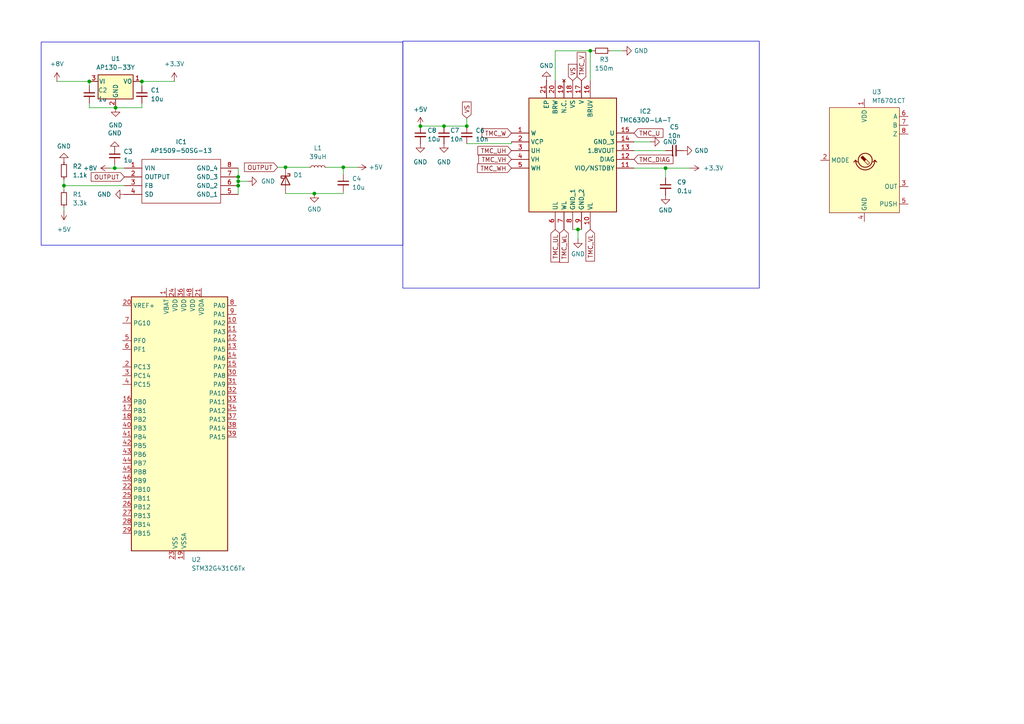
<source format=kicad_sch>
(kicad_sch (version 20231120) (generator "eeschema") (generator_version "8.0")
  (paper "A4")
  (lib_symbols
    (symbol "BUCK:AP1509-50SG-13" (pin_names (offset 0.762))
      (property "Reference" "IC" (at 29.21 7.62 0))
      (property "Value" "AP1509-50SG-13" (at 29.21 5.08 0))
      (symbol "AP1509-50SG-13_0_0"
        (pin passive line (at 0 0 0) (length 5.08) (name "VIN") (number "1"))
        (pin passive line (at 0 -2.54 0) (length 5.08) (name "OUTPUT") (number "2"))
        (pin passive line (at 0 -5.08 0) (length 5.08) (name "FB") (number "3"))
        (pin passive line (at 0 -7.62 0) (length 5.08) (name "SD") (number "4"))
        (pin passive line (at 33.02 -7.62 180) (length 5.08) (name "GND_1") (number "5"))
        (pin passive line (at 33.02 -5.08 180) (length 5.08) (name "GND_2") (number "6"))
        (pin passive line (at 33.02 -2.54 180) (length 5.08) (name "GND_3") (number "7"))
        (pin passive line (at 33.02 0 180) (length 5.08) (name "GND_4") (number "8"))
      )
      (symbol "AP1509-50SG-13_0_1"
        (polyline (pts (xy 5.08 2.54) (xy 27.94 2.54) (xy 27.94 -10.16) (xy 5.08 -10.16) (xy 5.08 2.54)) (stroke (width 0.1524)))
      )
    )
    (symbol "Device:C_Small" (pin_numbers hide) (pin_names (offset 0.254) hide)
      (property "Reference" "C" (at 0.254 1.778 0))
      (property "Value" "C_Small" (at 0.254 -2.032 0))
      (symbol "C_Small_0_1"
        (polyline (pts (xy -1.524 -0.508) (xy 1.524 -0.508)) (stroke (width 0.3302)))
        (polyline (pts (xy -1.524 0.508) (xy 1.524 0.508)) (stroke (width 0.3048)))
      )
      (symbol "C_Small_1_1"
        (pin passive line (at 0 2.54 270) (length 2.032) (name "~") (number "1"))
        (pin passive line (at 0 -2.54 90) (length 2.032) (name "~") (number "2"))
      )
    )
    (symbol "Device:D_Schottky" (pin_numbers hide) (pin_names (offset 1.016) hide)
      (property "Reference" "D" (at 0 2.54 0))
      (property "Value" "D_Schottky" (at 0 -2.54 0))
      (symbol "D_Schottky_0_1"
        (polyline (pts (xy 1.27 0) (xy -1.27 0)))
        (polyline (pts (xy 1.27 1.27) (xy 1.27 -1.27) (xy -1.27 0) (xy 1.27 1.27)) (stroke (width 0.254)))
        (polyline (pts (xy -1.905 0.635) (xy -1.905 1.27) (xy -1.27 1.27) (xy -1.27 -1.27) (xy -0.635 -1.27) (xy -0.635 -0.635)) (stroke (width 0.254)))
      )
      (symbol "D_Schottky_1_1"
        (pin passive line (at -3.81 0 0) (length 2.54) (name "K") (number "1"))
        (pin passive line (at 3.81 0 180) (length 2.54) (name "A") (number "2"))
      )
    )
    (symbol "Device:L_Small" (pin_numbers hide) (pin_names (offset 0.254) hide)
      (property "Reference" "L" (at 0.762 1.016 0))
      (property "Value" "L_Small" (at 0.762 -1.016 0))
      (symbol "L_Small_0_1"
        (arc (start 0 -2.032) (mid 0.5058 -1.524) (end 0 -1.016))
        (arc (start 0 -1.016) (mid 0.5058 -0.508) (end 0 0))
        (arc (start 0 0) (mid 0.5058 0.508) (end 0 1.016))
        (arc (start 0 1.016) (mid 0.5058 1.524) (end 0 2.032))
      )
      (symbol "L_Small_1_1"
        (pin passive line (at 0 2.54 270) (length 0.508) (name "~") (number "1"))
        (pin passive line (at 0 -2.54 90) (length 0.508) (name "~") (number "2"))
      )
    )
    (symbol "Device:R_Small" (pin_numbers hide) (pin_names (offset 0.254) hide)
      (property "Reference" "R" (at 0.762 0.508 0))
      (property "Value" "R_Small" (at 0.762 -1.016 0))
      (symbol "R_Small_0_1"
        (rectangle (start -0.762 1.778) (end 0.762 -1.778) (stroke (width 0.2032)))
      )
      (symbol "R_Small_1_1"
        (pin passive line (at 0 2.54 270) (length 0.762) (name "~") (number "1"))
        (pin passive line (at 0 -2.54 90) (length 0.762) (name "~") (number "2"))
      )
    )
    (symbol "Driver:TMC6300-LA-T"
      (property "Reference" "IC" (at 31.75 15.24 0))
      (property "Value" "TMC6300-LA-T" (at 31.75 12.7 0))
      (symbol "TMC6300-LA-T_1_1"
        (rectangle (start 5.08 10.16) (end 30.48 -22.86) (stroke (width 0.254)) (fill (type background)))
        (pin passive line (at 0 0 0) (length 5.08) (name "W") (number "1"))
        (pin passive line (at 22.86 -27.94 90) (length 5.08) (name "VL") (number "10"))
        (pin passive line (at 35.56 -10.16 180) (length 5.08) (name "VIO/NSTDBY") (number "11"))
        (pin passive line (at 35.56 -7.62 180) (length 5.08) (name "DIAG") (number "12"))
        (pin passive line (at 35.56 -5.08 180) (length 5.08) (name "1.8VOUT") (number "13"))
        (pin passive line (at 35.56 -2.54 180) (length 5.08) (name "GND_3") (number "14"))
        (pin passive line (at 35.56 0 180) (length 5.08) (name "U") (number "15"))
        (pin passive line (at 22.86 15.24 270) (length 5.08) (name "BRUV") (number "16"))
        (pin passive line (at 20.32 15.24 270) (length 5.08) (name "V") (number "17"))
        (pin passive line (at 17.78 15.24 270) (length 5.08) (name "VS") (number "18"))
        (pin no_connect line (at 15.24 15.24 270) (length 5.08) (name "N.C.") (number "19"))
        (pin passive line (at 0 -2.54 0) (length 5.08) (name "VCP") (number "2"))
        (pin passive line (at 12.7 15.24 270) (length 5.08) (name "BRW") (number "20"))
        (pin passive line (at 10.16 15.24 270) (length 5.08) (name "EP") (number "21"))
        (pin passive line (at 0 -5.08 0) (length 5.08) (name "UH") (number "3"))
        (pin passive line (at 0 -7.62 0) (length 5.08) (name "VH") (number "4"))
        (pin passive line (at 0 -10.16 0) (length 5.08) (name "WH") (number "5"))
        (pin passive line (at 12.7 -27.94 90) (length 5.08) (name "UL") (number "6"))
        (pin passive line (at 15.24 -27.94 90) (length 5.08) (name "WL") (number "7"))
        (pin passive line (at 17.78 -27.94 90) (length 5.08) (name "GND_1") (number "8"))
        (pin passive line (at 20.32 -27.94 90) (length 5.08) (name "GND_2") (number "9"))
      )
    )
    (symbol "MCU_ST_STM32G4:STM32G431C6Tx"
      (property "Reference" "U" (at -12.7 39.37 0))
      (property "Value" "STM32G431C6Tx" (at 10.16 39.37 0))
      (symbol "STM32G431C6Tx_0_1"
        (rectangle (start -12.7 -35.56) (end 15.24 38.1) (stroke (width 0.254)) (fill (type background)))
      )
      (symbol "STM32G431C6Tx_1_1"
        (pin power_in line (at -2.54 40.64 270) (length 2.54) (name "VBAT") (number "1"))
        (pin bidirectional line (at 17.78 30.48 180) (length 2.54) (name "PA2") (number "10"))
        (pin bidirectional line (at 17.78 27.94 180) (length 2.54) (name "PA3") (number "11"))
        (pin bidirectional line (at 17.78 25.4 180) (length 2.54) (name "PA4") (number "12"))
        (pin bidirectional line (at 17.78 22.86 180) (length 2.54) (name "PA5") (number "13"))
        (pin bidirectional line (at 17.78 20.32 180) (length 2.54) (name "PA6") (number "14"))
        (pin bidirectional line (at 17.78 17.78 180) (length 2.54) (name "PA7") (number "15"))
        (pin bidirectional line (at -15.24 7.62 0) (length 2.54) (name "PB0") (number "16"))
        (pin bidirectional line (at -15.24 5.08 0) (length 2.54) (name "PB1") (number "17"))
        (pin bidirectional line (at -15.24 2.54 0) (length 2.54) (name "PB2") (number "18"))
        (pin power_in line (at 2.54 -38.1 90) (length 2.54) (name "VSSA") (number "19"))
        (pin bidirectional line (at -15.24 17.78 0) (length 2.54) (name "PC13") (number "2"))
        (pin input line (at -15.24 35.56 0) (length 2.54) (name "VREF+") (number "20"))
        (pin power_in line (at 7.62 40.64 270) (length 2.54) (name "VDDA") (number "21"))
        (pin bidirectional line (at -15.24 -17.78 0) (length 2.54) (name "PB10") (number "22"))
        (pin power_in line (at 0 -38.1 90) (length 2.54) (name "VSS") (number "23"))
        (pin power_in line (at 0 40.64 270) (length 2.54) (name "VDD") (number "24"))
        (pin bidirectional line (at -15.24 -20.32 0) (length 2.54) (name "PB11") (number "25"))
        (pin bidirectional line (at -15.24 -22.86 0) (length 2.54) (name "PB12") (number "26"))
        (pin bidirectional line (at -15.24 -25.4 0) (length 2.54) (name "PB13") (number "27"))
        (pin bidirectional line (at -15.24 -27.94 0) (length 2.54) (name "PB14") (number "28"))
        (pin bidirectional line (at -15.24 -30.48 0) (length 2.54) (name "PB15") (number "29"))
        (pin bidirectional line (at -15.24 15.24 0) (length 2.54) (name "PC14") (number "3"))
        (pin bidirectional line (at 17.78 15.24 180) (length 2.54) (name "PA8") (number "30"))
        (pin bidirectional line (at 17.78 12.7 180) (length 2.54) (name "PA9") (number "31"))
        (pin bidirectional line (at 17.78 10.16 180) (length 2.54) (name "PA10") (number "32"))
        (pin bidirectional line (at 17.78 7.62 180) (length 2.54) (name "PA11") (number "33"))
        (pin bidirectional line (at 17.78 5.08 180) (length 2.54) (name "PA12") (number "34"))
        (pin passive line (at 0 -38.1 90) (length 2.54) hide (name "VSS") (number "35"))
        (pin power_in line (at 2.54 40.64 270) (length 2.54) (name "VDD") (number "36"))
        (pin bidirectional line (at 17.78 2.54 180) (length 2.54) (name "PA13") (number "37"))
        (pin bidirectional line (at 17.78 0 180) (length 2.54) (name "PA14") (number "38"))
        (pin bidirectional line (at 17.78 -2.54 180) (length 2.54) (name "PA15") (number "39"))
        (pin bidirectional line (at -15.24 12.7 0) (length 2.54) (name "PC15") (number "4"))
        (pin bidirectional line (at -15.24 0 0) (length 2.54) (name "PB3") (number "40"))
        (pin bidirectional line (at -15.24 -2.54 0) (length 2.54) (name "PB4") (number "41"))
        (pin bidirectional line (at -15.24 -5.08 0) (length 2.54) (name "PB5") (number "42"))
        (pin bidirectional line (at -15.24 -7.62 0) (length 2.54) (name "PB6") (number "43"))
        (pin bidirectional line (at -15.24 -10.16 0) (length 2.54) (name "PB7") (number "44"))
        (pin bidirectional line (at -15.24 -12.7 0) (length 2.54) (name "PB8") (number "45"))
        (pin bidirectional line (at -15.24 -15.24 0) (length 2.54) (name "PB9") (number "46"))
        (pin passive line (at 0 -38.1 90) (length 2.54) hide (name "VSS") (number "47"))
        (pin power_in line (at 5.08 40.64 270) (length 2.54) (name "VDD") (number "48"))
        (pin bidirectional line (at -15.24 25.4 0) (length 2.54) (name "PF0") (number "5"))
        (pin bidirectional line (at -15.24 22.86 0) (length 2.54) (name "PF1") (number "6"))
        (pin bidirectional line (at -15.24 30.48 0) (length 2.54) (name "PG10") (number "7"))
        (pin bidirectional line (at 17.78 35.56 180) (length 2.54) (name "PA0") (number "8"))
        (pin bidirectional line (at 17.78 33.02 180) (length 2.54) (name "PA1") (number "9"))
      )
    )
    (symbol "Regulator_Linear:AP130-33Y" (pin_names (offset 0.254))
      (property "Reference" "U" (at -3.81 3.175 0))
      (property "Value" "AP130-33Y" (at 0 3.175 0))
      (symbol "AP130-33Y_0_1"
        (rectangle (start -5.08 1.905) (end 5.08 -5.08) (stroke (width 0.254)) (fill (type background)))
      )
      (symbol "AP130-33Y_1_1"
        (pin power_out line (at 7.62 0 180) (length 2.54) (name "VO") (number "1"))
        (pin power_in line (at 0 -7.62 90) (length 2.54) (name "GND") (number "2"))
        (pin power_in line (at -7.62 0 0) (length 2.54) (name "VI") (number "3"))
      )
    )
    (symbol "Sensor_Magnetic:MT6701CT"
      (property "Reference" "U" (at -9.6632 16.4397 0))
      (property "Value" "MT6701CT" (at 5.5155 16.4397 0))
      (symbol "MT6701CT_0_1"
        (arc (start -2.54 0) (mid 0.254 -2.7819) (end 3.048 0) (stroke (width 0.254)))
        (polyline (pts (xy -2.54 0) (xy -3.048 -0.508)) (stroke (width 0.254)))
        (polyline (pts (xy -2.54 0) (xy -2.032 -0.508)) (stroke (width 0.254)))
        (polyline (pts (xy 3.048 0) (xy 2.54 -0.508)) (stroke (width 0.254)))
        (polyline (pts (xy 3.048 0) (xy 3.556 -0.508)) (stroke (width 0.254)))
      )
      (symbol "MT6701CT_1_1"
        (rectangle (start -10.16 15.24) (end 10.16 -15.24) (fill (type background)))
        (polyline (pts (xy 0.508 0.254) (xy 1.524 -0.762) (xy 1.016 -1.27) (xy 0 -0.254)))
        (polyline (pts (xy -0.508 1.27) (xy 0.508 0.254) (xy 0 -0.254) (xy -1.016 0.762) (xy -0.762 1.016) (xy -0.508 1.27) (xy -0.381 1.143)) (fill (type outline)))
        (circle (center 0.254 0) (radius 2.032) (stroke (width 0.254)))
        (pin power_in line (at 0 17.78 270) (length 2.54) (name "VDD") (number "1"))
        (pin input line (at -12.7 0 0) (length 2.54) (name "MODE") (number "2"))
        (pin output line (at 12.7 -7.62 180) (length 2.54) (name "OUT") (number "3"))
        (pin power_in line (at 0 -17.78 90) (length 2.54) (name "GND") (number "4"))
        (pin output line (at 12.7 -12.7 180) (length 2.54) (name "PUSH") (number "5"))
        (pin output line (at 12.7 12.7 180) (length 2.54) (name "A") (number "6"))
        (pin output line (at 12.7 10.16 180) (length 2.54) (name "B") (number "7"))
        (pin output line (at 12.7 7.62 180) (length 2.54) (name "Z") (number "8"))
      )
    )
    (symbol "power:+3.3V" (power) (pin_numbers hide) (pin_names (offset 0) hide)
      (property "Value" "+3.3V" (at 0 3.556 0))
      (symbol "+3.3V_0_1"
        (polyline (pts (xy -0.762 1.27) (xy 0 2.54)))
        (polyline (pts (xy 0 0) (xy 0 2.54)))
        (polyline (pts (xy 0 2.54) (xy 0.762 1.27)))
      )
      (symbol "+3.3V_1_1"
        (pin power_in line (at 0 0 90) (length 0) (name "~") (number "1"))
      )
    )
    (symbol "power:+5V" (power) (pin_numbers hide) (pin_names (offset 0) hide)
      (property "Value" "+5V" (at 0 3.556 0))
      (symbol "+5V_0_1"
        (polyline (pts (xy -0.762 1.27) (xy 0 2.54)))
        (polyline (pts (xy 0 0) (xy 0 2.54)))
        (polyline (pts (xy 0 2.54) (xy 0.762 1.27)))
      )
      (symbol "+5V_1_1"
        (pin power_in line (at 0 0 90) (length 0) (name "~") (number "1"))
      )
    )
    (symbol "power:+8V" (power) (pin_numbers hide) (pin_names (offset 0) hide)
      (property "Value" "+8V" (at 0 3.556 0))
      (symbol "+8V_0_1"
        (polyline (pts (xy -0.762 1.27) (xy 0 2.54)))
        (polyline (pts (xy 0 0) (xy 0 2.54)))
        (polyline (pts (xy 0 2.54) (xy 0.762 1.27)))
      )
      (symbol "+8V_1_1"
        (pin power_in line (at 0 0 90) (length 0) (name "~") (number "1"))
      )
    )
    (symbol "power:GND" (power) (pin_numbers hide) (pin_names (offset 0) hide)
      (property "Value" "GND" (at 0 -3.81 0))
      (symbol "GND_0_1"
        (polyline (pts (xy 0 0) (xy 0 -1.27) (xy 1.27 -1.27) (xy 0 -2.54) (xy -1.27 -1.27) (xy 0 -1.27)))
      )
      (symbol "GND_1_1"
        (pin power_in line (at 0 0 270) (length 0) (name "~") (number "1"))
      )
    )
  )
  (junction (at 69.088 52.578))
  (junction (at 33.528 31.242))
  (junction (at 25.908 23.622))
  (junction (at 193.04 48.768))
  (junction (at 69.088 53.848))
  (junction (at 99.568 48.514))
  (junction (at 18.542 53.848))
  (junction (at 171.196 14.732))
  (junction (at 135.382 36.576))
  (junction (at 33.274 48.768))
  (junction (at 121.92 36.576))
  (junction (at 41.148 23.622))
  (junction (at 69.088 51.308))
  (junction (at 91.186 56.134))
  (junction (at 167.64 66.548))
  (junction (at 82.804 48.514))
  (junction (at 128.778 36.576))
  (wire (pts (xy 99.568 56.134) (xy 99.568 55.626)))
  (wire (pts (xy 33.274 42.672) (xy 33.274 43.688)))
  (wire (pts (xy 33.274 47.752) (xy 33.274 48.768)))
  (wire (pts (xy 69.088 48.768) (xy 69.088 51.308)))
  (wire (pts (xy 69.088 53.848) (xy 69.088 56.388)))
  (wire (pts (xy 171.196 14.732) (xy 171.196 23.368)))
  (wire (pts (xy 41.148 29.972) (xy 41.148 31.242)))
  (wire (pts (xy 193.04 48.768) (xy 193.04 51.562)))
  (wire (pts (xy 33.528 31.242) (xy 41.148 31.242)))
  (wire (pts (xy 161.036 23.368) (xy 161.036 14.732)))
  (wire (pts (xy 183.896 43.688) (xy 193.04 43.688)))
  (wire (pts (xy 80.518 48.514) (xy 82.804 48.514)))
  (wire (pts (xy 69.088 51.308) (xy 69.088 52.578)))
  (wire (pts (xy 91.186 56.134) (xy 99.568 56.134)))
  (wire (pts (xy 25.908 29.972) (xy 25.908 31.242)))
  (wire (pts (xy 41.148 23.622) (xy 41.148 24.892)))
  (wire (pts (xy 94.742 48.514) (xy 99.568 48.514)))
  (wire (pts (xy 41.148 23.622) (xy 50.546 23.622)))
  (wire (pts (xy 69.088 52.578) (xy 69.088 53.848)))
  (wire (pts (xy 103.632 48.514) (xy 99.568 48.514)))
  (wire (pts (xy 99.568 48.514) (xy 99.568 50.546)))
  (wire (pts (xy 171.958 14.732) (xy 171.196 14.732)))
  (wire (pts (xy 16.51 23.622) (xy 25.908 23.622)))
  (wire (pts (xy 18.542 61.214) (xy 18.542 60.198)))
  (wire (pts (xy 82.804 56.134) (xy 91.186 56.134)))
  (wire (pts (xy 25.908 31.242) (xy 33.528 31.242)))
  (wire (pts (xy 82.804 48.514) (xy 89.662 48.514)))
  (wire (pts (xy 166.116 66.548) (xy 167.64 66.548)))
  (wire (pts (xy 69.088 52.578) (xy 71.882 52.578)))
  (wire (pts (xy 18.542 53.848) (xy 18.542 55.118)))
  (wire (pts (xy 18.542 52.07) (xy 18.542 53.848)))
  (wire (pts (xy 135.382 41.656) (xy 148.336 41.656)))
  (wire (pts (xy 121.92 36.576) (xy 128.778 36.576)))
  (wire (pts (xy 31.75 48.768) (xy 33.274 48.768)))
  (wire (pts (xy 148.336 41.656) (xy 148.336 41.148)))
  (wire (pts (xy 36.068 53.848) (xy 18.542 53.848)))
  (wire (pts (xy 25.908 23.622) (xy 25.908 24.892)))
  (wire (pts (xy 177.038 14.732) (xy 180.594 14.732)))
  (wire (pts (xy 128.778 36.576) (xy 135.382 36.576)))
  (wire (pts (xy 161.036 14.732) (xy 171.196 14.732)))
  (wire (pts (xy 188.722 41.148) (xy 183.896 41.148)))
  (wire (pts (xy 183.896 48.768) (xy 193.04 48.768)))
  (wire (pts (xy 167.64 66.548) (xy 167.64 69.342)))
  (wire (pts (xy 167.64 66.548) (xy 168.656 66.548)))
  (wire (pts (xy 200.152 48.768) (xy 193.04 48.768)))
  (wire (pts (xy 135.382 34.29) (xy 135.382 36.576)))
  (wire (pts (xy 33.274 48.768) (xy 36.068 48.768)))
  (rectangle (start 116.84 11.938) (end 220.218 83.566))
  (rectangle (start 11.938 12.192) (end 116.84 71.12))
  (global_label "TMC_DIAG" (shape input) (at 183.896 46.228 0) (property "Intersheetrefs" "${INTERSHEET_REFS}" (effects (hide yes))))
  (global_label "TMC_V" (shape input) (at 168.656 23.368 90) (property "Intersheetrefs" "${INTERSHEET_REFS}" (effects (hide yes))))
  (global_label "TMC_WL" (shape input) (at 163.576 66.548 270) (property "Intersheetrefs" "${INTERSHEET_REFS}" (effects (hide yes))))
  (global_label "TMC_U" (shape input) (at 183.896 38.608 0) (property "Intersheetrefs" "${INTERSHEET_REFS}" (effects (hide yes))))
  (global_label "OUTPUT" (shape input) (at 36.068 51.308 180) (property "Intersheetrefs" "${INTERSHEET_REFS}" (effects (hide yes))))
  (global_label "TMC_UH" (shape input) (at 148.336 43.688 180) (property "Intersheetrefs" "${INTERSHEET_REFS}" (effects (hide yes))))
  (global_label "TMC_W" (shape input) (at 148.336 38.608 180) (property "Intersheetrefs" "${INTERSHEET_REFS}" (effects (hide yes))))
  (global_label "VS" (shape input) (at 135.382 34.29 90) (property "Intersheetrefs" "${INTERSHEET_REFS}" (effects (hide yes))))
  (global_label "TMC_WH" (shape input) (at 148.336 48.768 180) (property "Intersheetrefs" "${INTERSHEET_REFS}" (effects (hide yes))))
  (global_label "VS" (shape input) (at 166.116 23.368 90) (property "Intersheetrefs" "${INTERSHEET_REFS}" (effects (hide yes))))
  (global_label "TMC_VH" (shape input) (at 148.336 46.228 180) (property "Intersheetrefs" "${INTERSHEET_REFS}" (effects (hide yes))))
  (global_label "OUTPUT" (shape input) (at 80.518 48.514 180) (property "Intersheetrefs" "${INTERSHEET_REFS}" (effects (hide yes))))
  (global_label "TMC_UL" (shape input) (at 161.036 66.548 270) (property "Intersheetrefs" "${INTERSHEET_REFS}" (effects (hide yes))))
  (global_label "TMC_VL" (shape input) (at 171.196 66.548 270) (property "Intersheetrefs" "${INTERSHEET_REFS}" (effects (hide yes))))
  (symbol (lib_id "Device:C_Small") (at 41.148 27.432 0) (unit 1)
    (property "Reference" "C1" (at 43.688 26.1682 0) (effects (justify left)))
    (property "Value" "10u" (at 43.688 28.7082 0) (effects (justify left)))
    (property "Description" "Unpolarized capacitor, small symbol" (effects (hide yes)))
  )
  (symbol (lib_id "Device:R_Small") (at 18.542 49.53 0) (unit 1)
    (property "Reference" "R2" (at 21.082 48.2599 0) (effects (justify left)))
    (property "Value" "1.1k" (at 21.082 50.7999 0) (effects (justify left)))
    (property "Description" "Resistor, small symbol" (effects (hide yes)))
  )
  (symbol (lib_id "power:GND") (at 193.04 56.642 0) (unit 1)
    (property "Reference" "#PWR020" (effects (hide yes)))
    (property "Value" "GND" (at 193.04 60.96 0))
    (property "Description" "Power symbol creates a global label with name \"GND\" , ground" (effects (hide yes)))
  )
  (symbol (lib_id "power:GND") (at 33.528 31.242 0) (unit 1)
    (property "Reference" "#PWR01" (effects (hide yes)))
    (property "Value" "GND" (at 33.528 36.322 0))
    (property "Description" "Power symbol creates a global label with name \"GND\" , ground" (effects (hide yes)))
  )
  (symbol (lib_id "MCU_ST_STM32G4:STM32G431C6Tx") (at 50.8 124.206 0) (unit 1)
    (property "Reference" "U2" (at 55.5341 162.306 0) (effects (justify left)))
    (property "Value" "STM32G431C6Tx" (at 55.5341 164.846 0) (effects (justify left)))
    (property "Footprint" "Package_QFP:LQFP-48_7x7mm_P0.5mm" (effects (hide yes)))
    (property "Datasheet" "https://www.st.com/resource/en/datasheet/stm32g431c6.pdf" (effects (hide yes)))
    (property "Description" "STMicroelectronics Arm Cortex-M4 MCU, 32KB flash, 32KB RAM, 170 MHz, 1.71-3.6V, 38 GPIO, LQFP48" (effects (hide yes)))
  )
  (symbol (lib_id "Device:C_Small") (at 135.382 39.116 0) (unit 1)
    (property "Reference" "C6" (at 137.922 37.8522 0) (effects (justify left)))
    (property "Value" "10n" (at 137.922 40.3922 0) (effects (justify left)))
    (property "Description" "Unpolarized capacitor, small symbol" (effects (hide yes)))
  )
  (symbol (lib_id "power:GND") (at 180.594 14.732 90) (unit 1)
    (property "Reference" "#PWR013" (effects (hide yes)))
    (property "Value" "GND" (at 183.896 14.7319 90) (effects (justify right)))
    (property "Description" "Power symbol creates a global label with name \"GND\" , ground" (effects (hide yes)))
  )
  (symbol (lib_id "power:GND") (at 91.186 56.134 0) (unit 1)
    (property "Reference" "#PWR09" (effects (hide yes)))
    (property "Value" "GND" (at 91.186 60.706 0))
    (property "Description" "Power symbol creates a global label with name \"GND\" , ground" (effects (hide yes)))
  )
  (symbol (lib_id "Device:D_Schottky") (at 82.804 52.324 270) (unit 1)
    (property "Reference" "D1" (at 85.09 50.7364 90) (effects (justify left)))
    (property "Value" "D_Schottky" (effects (hide yes)))
    (property "Description" "Schottky diode" (effects (hide yes)))
  )
  (symbol (lib_id "Device:C_Small") (at 25.908 27.432 0) (unit 1)
    (property "Reference" "C2" (at 28.448 26.1682 0) (effects (justify left)))
    (property "Value" "1u" (at 28.448 28.7082 0) (effects (justify left)))
    (property "Description" "Unpolarized capacitor, small symbol" (effects (hide yes)))
  )
  (symbol (lib_id "Device:C_Small") (at 193.04 54.102 0) (unit 1)
    (property "Reference" "C9" (at 196.342 52.8382 0) (effects (justify left)))
    (property "Value" "0.1u" (at 196.342 55.3782 0) (effects (justify left)))
    (property "Description" "Unpolarized capacitor, small symbol" (effects (hide yes)))
  )
  (symbol (lib_id "power:+5V") (at 121.92 36.576 0) (unit 1)
    (property "Reference" "#PWR016" (effects (hide yes)))
    (property "Value" "+5V" (at 121.92 31.75 0))
    (property "Description" "Power symbol creates a global label with name \"+5V\"" (effects (hide yes)))
  )
  (symbol (lib_id "power:+5V") (at 18.542 61.214 180) (unit 1)
    (property "Reference" "#PWR08" (effects (hide yes)))
    (property "Value" "+5V" (at 18.542 66.548 0))
    (property "Description" "Power symbol creates a global label with name \"+5V\"" (effects (hide yes)))
  )
  (symbol (lib_id "Device:C_Small") (at 121.92 39.116 0) (unit 1)
    (property "Reference" "C8" (at 123.952 37.846 0) (effects (justify left)))
    (property "Value" "10u" (at 123.952 40.386 0) (effects (justify left)))
    (property "Description" "Unpolarized capacitor, small symbol" (effects (hide yes)))
  )
  (symbol (lib_id "power:+8V") (at 31.75 48.768 90) (unit 1)
    (property "Reference" "#PWR06" (effects (hide yes)))
    (property "Value" "+8V" (at 28.194 48.7679 90) (effects (justify left)))
    (property "Description" "Power symbol creates a global label with name \"+8V\"" (effects (hide yes)))
  )
  (symbol (lib_id "Device:R_Small") (at 174.498 14.732 90) (unit 1)
    (property "Reference" "R3" (at 175.26 17.272 90))
    (property "Value" "150m" (at 175.26 19.812 90))
    (property "Description" "Resistor, small symbol" (effects (hide yes)))
  )
  (symbol (lib_id "power:GND") (at 188.722 41.148 90) (unit 1)
    (property "Reference" "#PWR018" (effects (hide yes)))
    (property "Value" "GND" (at 192.278 41.1479 90) (effects (justify right)))
    (property "Description" "Power symbol creates a global label with name \"GND\" , ground" (effects (hide yes)))
  )
  (symbol (lib_id "Device:C_Small") (at 99.568 53.086 0) (unit 1)
    (property "Reference" "C4" (at 102.108 51.8222 0) (effects (justify left)))
    (property "Value" "10u" (at 102.108 54.3622 0) (effects (justify left)))
    (property "Description" "Unpolarized capacitor, small symbol" (effects (hide yes)))
  )
  (symbol (lib_id "Regulator_Linear:AP130-33Y") (at 33.528 23.622 0) (unit 1)
    (property "Reference" "U1" (at 33.528 17.018 0))
    (property "Value" "AP130-33Y" (at 33.528 19.558 0))
    (property "Footprint" "Package_TO_SOT_SMD:SOT-89-3" (effects (hide yes)))
    (property "Datasheet" "https://www.diodes.com/assets/Datasheets/AP130.pdf" (effects (hide yes)))
    (property "Description" "0.3A Low Dropout regulator, positive, 3.3V fixed output, SOT-89" (effects (hide yes)))
  )
  (symbol (lib_id "Device:C_Small") (at 33.274 45.212 0) (unit 1)
    (property "Reference" "C3" (at 35.814 43.9482 0) (effects (justify left)))
    (property "Value" "1u" (at 35.814 46.4882 0) (effects (justify left)))
    (property "Description" "Unpolarized capacitor, small symbol" (effects (hide yes)))
  )
  (symbol (lib_id "power:+8V") (at 16.51 23.622 0) (unit 1)
    (property "Reference" "#PWR02" (effects (hide yes)))
    (property "Value" "+8V" (at 16.51 18.542 0))
    (property "Description" "Power symbol creates a global label with name \"+8V\"" (effects (hide yes)))
  )
  (symbol (lib_id "power:GND") (at 198.12 43.688 90) (unit 1)
    (property "Reference" "#PWR012" (effects (hide yes)))
    (property "Value" "GND" (at 201.422 43.6879 90) (effects (justify right)))
    (property "Description" "Power symbol creates a global label with name \"GND\" , ground" (effects (hide yes)))
  )
  (symbol (lib_id "power:+5V") (at 103.632 48.514 270) (unit 1)
    (property "Reference" "#PWR010" (effects (hide yes)))
    (property "Value" "+5V" (at 106.934 48.5139 90) (effects (justify left)))
    (property "Description" "Power symbol creates a global label with name \"+5V\"" (effects (hide yes)))
  )
  (symbol (lib_id "Driver:TMC6300-LA-T") (at 148.336 38.608 0) (unit 1)
    (property "Reference" "IC2" (at 187.198 32.2894 0))
    (property "Value" "TMC6300-LA-T" (at 187.198 34.8294 0))
    (property "Footprint" "QFN40P300X300X90-21N" (effects (hide yes)))
    (property "Datasheet" "https://www.analog.com/TMC6300/datasheet" (effects (hide yes)))
    (property "Description" "Highly Efficient Low Voltage, Zero Standby Current Driver for 3-Phase BLDC/PMSM Motors up to 2A peak, Triple Half-Bridge with separate HS and LS control signals" (effects (hide yes)))
    (property "Height" "0.9" (effects (hide yes)))
    (property "Mouser Part Number" "700-TMC6300-LA-T" (effects (hide yes)))
    (property "Mouser Price/Stock" "https://www.mouser.co.uk/ProductDetail/ADI-Trinamic/TMC6300-LA-T?qs=TiOZkKH1s2SPDan6zA6fKg%3D%3D" (effects (hide yes)))
    (property "Manufacturer_Name" "Analog Devices" (effects (hide yes)))
    (property "Manufacturer_Part_Number" "TMC6300-LA-T" (effects (hide yes)))
  )
  (symbol (lib_id "power:GND") (at 158.496 23.368 180) (unit 1)
    (property "Reference" "#PWR021" (effects (hide yes)))
    (property "Value" "GND" (at 158.496 19.05 0))
    (property "Description" "Power symbol creates a global label with name \"GND\" , ground" (effects (hide yes)))
  )
  (symbol (lib_id "BUCK:AP1509-50SG-13") (at 36.068 48.768 0) (unit 1)
    (property "Reference" "IC1" (at 52.578 41.148 0))
    (property "Value" "AP1509-50SG-13" (at 52.578 43.688 0))
    (property "Footprint" "SOIC127P600X170-8N" (effects (hide yes)))
    (property "Datasheet" "https://www.diodes.com//assets/Datasheets/AP1509.pdf" (effects (hide yes)))
    (property "Description" "DiodesZetex, AP1509-50SG-13 DC-DC Converter 2A 8-Pin, SOP" (effects (hide yes)))
    (property "Description_1" "DiodesZetex, AP1509-50SG-13 DC-DC Converter 2A 8-Pin, SOP" (effects (hide yes)))
    (property "Height" "1.7" (effects (hide yes)))
    (property "Mouser Part Number" "621-AP1509-50SG-13" (effects (hide yes)))
    (property "Mouser Price/Stock" "https://www.mouser.co.uk/ProductDetail/Diodes-Incorporated/AP1509-50SG-13?qs=EJYhozv%252BYpwbI10CpTvwPw%3D%3D" (effects (hide yes)))
    (property "Manufacturer_Name" "Diodes Incorporated" (effects (hide yes)))
    (property "Manufacturer_Part_Number" "AP1509-50SG-13" (effects (hide yes)))
  )
  (symbol (lib_id "Device:L_Small") (at 92.202 48.514 90) (unit 1)
    (property "Reference" "L1" (at 92.202 42.926 90))
    (property "Value" "39uH" (at 92.202 45.466 90))
    (property "Description" "Inductor, small symbol" (effects (hide yes)))
  )
  (symbol (lib_id "power:GND") (at 36.068 56.388 270) (unit 1)
    (property "Reference" "#PWR011" (effects (hide yes)))
    (property "Value" "GND" (at 32.258 56.3879 90) (effects (justify right)))
    (property "Description" "Power symbol creates a global label with name \"GND\" , ground" (effects (hide yes)))
  )
  (symbol (lib_id "power:GND") (at 121.92 41.656 0) (unit 1)
    (property "Reference" "#PWR015" (effects (hide yes)))
    (property "Value" "GND" (at 121.92 46.99 0))
    (property "Description" "Power symbol creates a global label with name \"GND\" , ground" (effects (hide yes)))
  )
  (symbol (lib_id "power:GND") (at 71.882 52.578 90) (unit 1)
    (property "Reference" "#PWR05" (effects (hide yes)))
    (property "Value" "GND" (at 75.692 52.5779 90) (effects (justify right)))
    (property "Description" "Power symbol creates a global label with name \"GND\" , ground" (effects (hide yes)))
  )
  (symbol (lib_id "power:GND") (at 18.542 46.99 180) (unit 1)
    (property "Reference" "#PWR04" (effects (hide yes)))
    (property "Value" "GND" (at 18.542 42.418 0))
    (property "Description" "Power symbol creates a global label with name \"GND\" , ground" (effects (hide yes)))
  )
  (symbol (lib_id "power:GND") (at 128.778 41.656 0) (unit 1)
    (property "Reference" "#PWR014" (effects (hide yes)))
    (property "Value" "GND" (at 128.778 46.99 0))
    (property "Description" "Power symbol creates a global label with name \"GND\" , ground" (effects (hide yes)))
  )
  (symbol (lib_id "Sensor_Magnetic:MT6701CT") (at 250.698 46.482 0) (unit 1)
    (property "Reference" "U3" (at 252.8921 26.67 0) (effects (justify left)))
    (property "Value" "MT6701CT" (at 252.8921 29.21 0) (effects (justify left)))
    (property "Footprint" "Package_SO:SO-8_3.9x4.9mm_P1.27mm" (effects (hide yes)))
    (property "Datasheet" "https://www.magntek.com.cn/upload/MT6701_Rev.1.5.pdf" (effects (hide yes)))
    (property "Description" "Hall Based Angle Position Encoder Sensor, I2C, SSI, ABZ & UVW interfaces, 3.3..5V supply, SOIC-8" (effects (hide yes)))
  )
  (symbol (lib_id "power:GND") (at 167.64 69.342 0) (unit 1)
    (property "Reference" "#PWR017" (effects (hide yes)))
    (property "Value" "GND" (at 167.64 73.66 0))
    (property "Description" "Power symbol creates a global label with name \"GND\" , ground" (effects (hide yes)))
  )
  (symbol (lib_id "Device:C_Small") (at 195.58 43.688 90) (unit 1)
    (property "Reference" "C5" (at 195.5863 36.83 90))
    (property "Value" "10n" (at 195.5863 39.37 90))
    (property "Description" "Unpolarized capacitor, small symbol" (effects (hide yes)))
  )
  (symbol (lib_id "power:+3.3V") (at 50.546 23.622 0) (unit 1)
    (property "Reference" "#PWR03" (effects (hide yes)))
    (property "Value" "+3.3V" (at 50.546 18.542 0))
    (property "Description" "Power symbol creates a global label with name \"+3.3V\"" (effects (hide yes)))
  )
  (symbol (lib_id "power:+3.3V") (at 200.152 48.768 270) (unit 1)
    (property "Reference" "#PWR019" (effects (hide yes)))
    (property "Value" "+3.3V" (at 203.962 48.7679 90) (effects (justify left)))
    (property "Description" "Power symbol creates a global label with name \"+3.3V\"" (effects (hide yes)))
  )
  (symbol (lib_id "power:GND") (at 33.274 43.688 180) (unit 1)
    (property "Reference" "#PWR07" (effects (hide yes)))
    (property "Value" "GND" (at 33.274 38.608 0))
    (property "Description" "Power symbol creates a global label with name \"GND\" , ground" (effects (hide yes)))
  )
  (symbol (lib_id "Device:R_Small") (at 18.542 57.658 0) (unit 1)
    (property "Reference" "R1" (at 21.082 56.3879 0) (effects (justify left)))
    (property "Value" "3.3k" (at 21.082 58.9279 0) (effects (justify left)))
    (property "Description" "Resistor, small symbol" (effects (hide yes)))
  )
  (symbol (lib_id "Device:C_Small") (at 128.778 39.116 0) (unit 1)
    (property "Reference" "C7" (at 130.556 37.846 0) (effects (justify left)))
    (property "Value" "10n" (at 130.556 40.386 0) (effects (justify left)))
    (property "Description" "Unpolarized capacitor, small symbol" (effects (hide yes)))
  )
)
</source>
